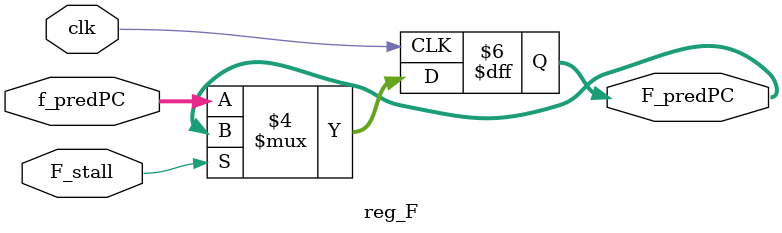
<source format=v>
module reg_F(clk,F_predPC,f_predPC,F_stall);

input clk;
input signed [63:0] f_predPC;
input F_stall;
output reg signed [63:0] F_predPC;

always @(posedge clk) begin
    if(!F_stall)begin
        F_predPC<=f_predPC;
        // $display("F_predPC=%d f_predPC=%d F_stall=%d\n",F_predPC,f_predPC,F_stall);
    end
    else begin
        F_predPC<=F_predPC;
        // $display("F_predPC=%d F_stall=%d",F_predPC,F_stall);
    end
end

endmodule
</source>
